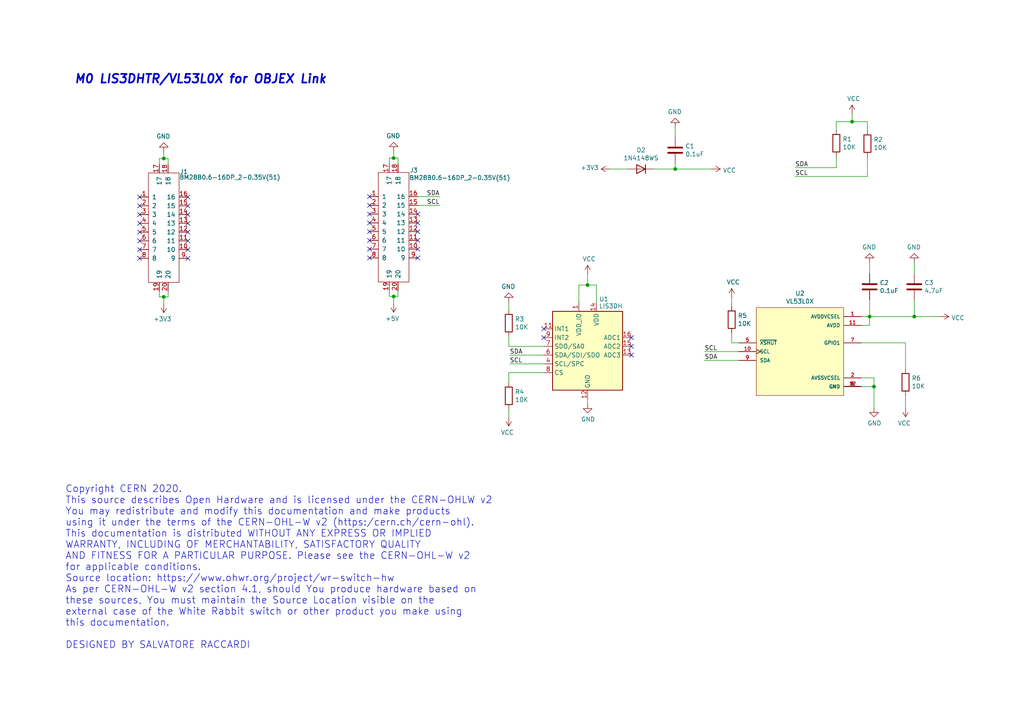
<source format=kicad_sch>
(kicad_sch (version 20211123) (generator eeschema)
  (paper "A4")
  (title_block (title "M0 LIS3DHTR/VL53L0X for OBJEX Link") (date "2021-11-25") (rev "1.0") (company "OBJEX") (comment 1 "Designer: Salvatore Raccardi") (comment 2 "Docs: docs.objex.link"))
  (lib_symbols
    (symbol "Device:C" (pin_numbers hide) (pin_names (offset 0.254))
      (property "Reference" "C" (at 0.635 2.54 0))
      (property "Value" "C" (at 0.635 -2.54 0))
      (symbol "C_0_1"
        (polyline (pts (xy -2.032 -0.762) (xy 2.032 -0.762)) (stroke (width 0.508)))
        (polyline (pts (xy -2.032 0.762) (xy 2.032 0.762)) (stroke (width 0.508)))
      )
      (symbol "C_1_1"
        (pin passive line (at 0 3.81 270) (length 2.794) (name "~") (number "1"))
        (pin passive line (at 0 -3.81 90) (length 2.794) (name "~") (number "2"))
      )
    )
    (symbol "Device:D" (pin_numbers hide) (pin_names (offset 1.016) hide)
      (property "Reference" "D" (at 0 2.54 0))
      (property "Value" "D" (at 0 -2.54 0))
      (symbol "D_0_1"
        (polyline (pts (xy -1.27 1.27) (xy -1.27 -1.27)) (stroke (width 0.254)))
        (polyline (pts (xy 1.27 0) (xy -1.27 0)))
        (polyline (pts (xy 1.27 1.27) (xy 1.27 -1.27) (xy -1.27 0) (xy 1.27 1.27)) (stroke (width 0.254)))
      )
      (symbol "D_1_1"
        (pin passive line (at -3.81 0 0) (length 2.54) (name "K") (number "1"))
        (pin passive line (at 3.81 0 180) (length 2.54) (name "A") (number "2"))
      )
    )
    (symbol "Device:R" (pin_numbers hide) (pin_names (offset 0))
      (property "Reference" "R" (at 2.032 0 90))
      (property "Value" "R" (at 0 0 90))
      (symbol "R_0_1"
        (rectangle (start -1.016 -2.54) (end 1.016 2.54) (stroke (width 0.254)))
      )
      (symbol "R_1_1"
        (pin passive line (at 0 3.81 270) (length 1.27) (name "~") (number "1"))
        (pin passive line (at 0 -3.81 90) (length 1.27) (name "~") (number "2"))
      )
    )
    (symbol "HiroseConnectors:BM28B0.6-16DP_2-0.35V(51)" (pin_names (offset 1.016))
      (property "Reference" "J" (at 0 0 0))
      (property "Value" "HiroseConnectors_BM28B0.6-16DP_2-0.35V(51)" (at 0 0 0))
      (symbol "BM28B0.6-16DP_2-0.35V(51)_0_1"
        (rectangle (start -3.81 -12.7) (end 5.08 -44.45))
      )
      (symbol "BM28B0.6-16DP_2-0.35V(51)_1_1"
        (pin bidirectional line (at -6.35 -19.685 0) (length 2.54) (name "1") (number "1"))
        (pin bidirectional line (at 7.62 -34.925 180) (length 2.54) (name "10") (number "10"))
        (pin bidirectional line (at 7.62 -32.385 180) (length 2.54) (name "11") (number "11"))
        (pin bidirectional line (at 7.62 -29.845 180) (length 2.54) (name "12") (number "12"))
        (pin bidirectional line (at 7.62 -27.305 180) (length 2.54) (name "13") (number "13"))
        (pin bidirectional line (at 7.62 -24.765 180) (length 2.54) (name "14") (number "14"))
        (pin bidirectional line (at 7.62 -22.225 180) (length 2.54) (name "15") (number "15"))
        (pin bidirectional line (at 7.62 -19.685 180) (length 2.54) (name "16") (number "16"))
        (pin bidirectional line (at -0.635 -10.16 270) (length 2.54) (name "17") (number "17"))
        (pin bidirectional line (at 1.905 -10.16 270) (length 2.54) (name "18") (number "18"))
        (pin bidirectional line (at -0.635 -46.99 90) (length 2.54) (name "19") (number "19"))
        (pin bidirectional line (at -6.35 -22.225 0) (length 2.54) (name "2") (number "2"))
        (pin bidirectional line (at 1.905 -46.99 90) (length 2.54) (name "20") (number "20"))
        (pin bidirectional line (at -6.35 -24.765 0) (length 2.54) (name "3") (number "3"))
        (pin bidirectional line (at -6.35 -27.305 0) (length 2.54) (name "4") (number "4"))
        (pin bidirectional line (at -6.35 -29.845 0) (length 2.54) (name "5") (number "5"))
        (pin bidirectional line (at -6.35 -32.385 0) (length 2.54) (name "6") (number "6"))
        (pin bidirectional line (at -6.35 -34.925 0) (length 2.54) (name "7") (number "7"))
        (pin bidirectional line (at -6.35 -37.465 0) (length 2.54) (name "8") (number "8"))
        (pin bidirectional line (at 7.62 -37.465 180) (length 2.54) (name "9") (number "9"))
      )
    )
    (symbol "Sensor_Motion:LIS3DH"
      (property "Reference" "U" (at -7.62 11.43 0))
      (property "Value" "LIS3DH" (at 6.35 11.43 0))
      (symbol "LIS3DH_0_1"
        (rectangle (start -10.16 10.16) (end 10.16 -12.7) (stroke (width 0.254)) (fill (type background)))
      )
      (symbol "LIS3DH_1_1"
        (pin power_in line (at -2.54 12.7 270) (length 2.54) (name "VDD_IO") (number "1"))
        (pin passive line (at 0 -15.24 90) (length 2.54) hide (name "GND") (number "10"))
        (pin output line (at -12.7 5.08 0) (length 2.54) (name "INT1") (number "11"))
        (pin power_in line (at 0 -15.24 90) (length 2.54) (name "GND") (number "12"))
        (pin input line (at 12.7 -2.54 180) (length 2.54) (name "ADC3") (number "13"))
        (pin power_in line (at 2.54 12.7 270) (length 2.54) (name "VDD") (number "14"))
        (pin input line (at 12.7 0 180) (length 2.54) (name "ADC2") (number "15"))
        (pin input line (at 12.7 2.54 180) (length 2.54) (name "ADC1") (number "16"))
        (pin no_connect line (at 10.16 5.08 180) (length 2.54) hide (name "NC") (number "2"))
        (pin no_connect line (at 10.16 7.62 180) (length 2.54) hide (name "NC") (number "3"))
        (pin input line (at -12.7 -5.08 0) (length 2.54) (name "SCL/SPC") (number "4"))
        (pin passive line (at 0 -15.24 90) (length 2.54) hide (name "GND") (number "5"))
        (pin bidirectional line (at -12.7 -2.54 0) (length 2.54) (name "SDA/SDI/SDO") (number "6"))
        (pin bidirectional line (at -12.7 0 0) (length 2.54) (name "SDO/SA0") (number "7"))
        (pin input line (at -12.7 -7.62 0) (length 2.54) (name "CS") (number "8"))
        (pin output line (at -12.7 2.54 0) (length 2.54) (name "INT2") (number "9"))
      )
    )
    (symbol "VL53L0X:VL53L0X" (pin_names (offset 1.016))
      (property "Reference" "U" (at -12.7254 13.2334 0))
      (property "Value" "VL53L0X_VL53L0X" (at -12.7254 -15.2654 0))
      (symbol "VL53L0X_0_0"
        (rectangle (start -12.7 -12.7) (end 12.7 12.7) (stroke (width 0.127)) (fill (type background)))
        (pin power_in line (at 17.78 10.16 180) (length 5.08) (name "AVDDVCSEL") (number "1"))
        (pin input clock (at -17.78 0 0) (length 5.08) (name "SCL") (number "10"))
        (pin power_in line (at 17.78 7.62 180) (length 5.08) (name "AVDD") (number "11"))
        (pin power_in line (at 17.78 -10.16 180) (length 5.08) (name "GND") (number "12"))
        (pin power_in line (at 17.78 -7.62 180) (length 5.08) (name "AVSSVCSEL") (number "2"))
        (pin power_in line (at 17.78 -10.16 180) (length 5.08) (name "GND") (number "3"))
        (pin power_in line (at 17.78 -10.16 180) (length 5.08) (name "GND") (number "4"))
        (pin input line (at -17.78 2.54 0) (length 5.08) (name "~{XSHUT}") (number "5"))
        (pin power_in line (at 17.78 -10.16 180) (length 5.08) (name "GND") (number "6"))
        (pin output line (at 17.78 2.54 180) (length 5.08) (name "GPIO1") (number "7"))
        (pin bidirectional line (at -17.78 -2.54 0) (length 5.08) (name "SDA") (number "9"))
      )
    )
    (symbol "power:+3V3" (power) (pin_names (offset 0))
      (property "Value" "+3V3" (at 0 3.556 0))
      (symbol "+3V3_0_1"
        (polyline (pts (xy -0.762 1.27) (xy 0 2.54)))
        (polyline (pts (xy 0 0) (xy 0 2.54)))
        (polyline (pts (xy 0 2.54) (xy 0.762 1.27)))
      )
      (symbol "+3V3_1_1"
        (pin power_in line (at 0 0 90) (length 0) hide (name "+3V3") (number "1"))
      )
    )
    (symbol "power:+5V" (power) (pin_names (offset 0))
      (property "Value" "+5V" (at 0 3.556 0))
      (symbol "+5V_0_1"
        (polyline (pts (xy -0.762 1.27) (xy 0 2.54)))
        (polyline (pts (xy 0 0) (xy 0 2.54)))
        (polyline (pts (xy 0 2.54) (xy 0.762 1.27)))
      )
      (symbol "+5V_1_1"
        (pin power_in line (at 0 0 90) (length 0) hide (name "+5V") (number "1"))
      )
    )
    (symbol "power:GND" (power) (pin_names (offset 0))
      (property "Value" "GND" (at 0 -3.81 0))
      (symbol "GND_0_1"
        (polyline (pts (xy 0 0) (xy 0 -1.27) (xy 1.27 -1.27) (xy 0 -2.54) (xy -1.27 -1.27) (xy 0 -1.27)))
      )
      (symbol "GND_1_1"
        (pin power_in line (at 0 0 270) (length 0) hide (name "GND") (number "1"))
      )
    )
    (symbol "power:VCC" (power) (pin_names (offset 0))
      (property "Value" "VCC" (at 0 3.81 0))
      (symbol "VCC_0_1"
        (polyline (pts (xy -0.762 1.27) (xy 0 2.54)))
        (polyline (pts (xy 0 0) (xy 0 2.54)))
        (polyline (pts (xy 0 2.54) (xy 0.762 1.27)))
      )
      (symbol "VCC_1_1"
        (pin power_in line (at 0 0 90) (length 0) hide (name "VCC") (number "1"))
      )
    )
  )
  (junction (at 47.498 45.974))
  (junction (at 247.142 35.306))
  (junction (at 114.173 85.979))
  (junction (at 252.222 91.821))
  (junction (at 114.173 45.847))
  (junction (at 195.834 49.022))
  (junction (at 253.492 112.141))
  (junction (at 265.176 91.821))
  (junction (at 47.498 86.106))
  (junction (at 170.434 82.677))
  (no_connect (at 121.158 72.263))
  (no_connect (at 54.483 72.39))
  (no_connect (at 121.158 67.183))
  (no_connect (at 40.513 64.77))
  (no_connect (at 107.188 57.023))
  (no_connect (at 54.483 69.85))
  (no_connect (at 40.513 67.31))
  (no_connect (at 107.188 59.563))
  (no_connect (at 54.483 57.15))
  (no_connect (at 54.483 74.93))
  (no_connect (at 54.483 64.77))
  (no_connect (at 107.188 62.103))
  (no_connect (at 121.158 64.643))
  (no_connect (at 183.134 102.997))
  (no_connect (at 40.513 59.69))
  (no_connect (at 157.734 97.917))
  (no_connect (at 40.513 57.15))
  (no_connect (at 107.188 69.723))
  (no_connect (at 54.483 67.31))
  (no_connect (at 107.188 64.643))
  (no_connect (at 40.513 72.39))
  (no_connect (at 183.134 100.457))
  (no_connect (at 107.188 67.183))
  (no_connect (at 107.188 72.263))
  (no_connect (at 54.483 59.69))
  (no_connect (at 54.483 62.23))
  (no_connect (at 183.134 97.917))
  (no_connect (at 107.188 74.803))
  (no_connect (at 157.734 95.377))
  (no_connect (at 121.158 74.803))
  (no_connect (at 121.158 62.103))
  (no_connect (at 40.513 62.23))
  (no_connect (at 121.158 69.723))
  (no_connect (at 40.513 69.85))
  (no_connect (at 40.513 74.93))
  (wire (pts (xy 170.434 82.677) (xy 170.434 79.502)))
  (wire (pts (xy 230.632 51.181) (xy 251.587 51.181)))
  (wire (pts (xy 249.809 91.821) (xy 252.222 91.821)))
  (wire (pts (xy 265.176 91.821) (xy 272.669 91.821)))
  (wire (pts (xy 265.176 79.375) (xy 265.176 76.073)))
  (wire (pts (xy 147.574 100.457) (xy 157.734 100.457)))
  (wire (pts (xy 172.974 82.677) (xy 172.974 87.757)))
  (wire (pts (xy 251.587 51.181) (xy 251.587 45.466)))
  (wire (pts (xy 242.57 37.719) (xy 242.57 35.306)))
  (wire (pts (xy 48.768 45.974) (xy 48.768 47.625)))
  (wire (pts (xy 46.228 47.625) (xy 46.228 45.974)))
  (wire (pts (xy 195.834 49.022) (xy 206.375 49.022)))
  (wire (pts (xy 147.574 89.916) (xy 147.574 87.503)))
  (wire (pts (xy 112.903 85.979) (xy 112.903 84.328)))
  (wire (pts (xy 47.498 86.106) (xy 46.228 86.106)))
  (wire (pts (xy 127.508 57.023) (xy 121.158 57.023)))
  (wire (pts (xy 247.142 33.02) (xy 247.142 35.306)))
  (wire (pts (xy 46.228 45.974) (xy 47.498 45.974)))
  (wire (pts (xy 253.492 109.601) (xy 253.492 112.141)))
  (wire (pts (xy 112.903 45.847) (xy 114.173 45.847)))
  (wire (pts (xy 157.734 102.997) (xy 147.828 102.997)))
  (wire (pts (xy 48.768 86.106) (xy 47.498 86.106)))
  (wire (pts (xy 212.217 99.441) (xy 212.217 96.52)))
  (wire (pts (xy 114.173 45.847) (xy 115.443 45.847)))
  (wire (pts (xy 262.636 99.441) (xy 262.636 107.061)))
  (wire (pts (xy 265.176 91.821) (xy 265.176 86.995)))
  (wire (pts (xy 115.443 84.328) (xy 115.443 85.979)))
  (wire (pts (xy 48.768 84.455) (xy 48.768 86.106)))
  (wire (pts (xy 214.249 101.981) (xy 204.343 101.981)))
  (wire (pts (xy 127.508 59.563) (xy 121.158 59.563)))
  (wire (pts (xy 249.809 112.141) (xy 253.492 112.141)))
  (wire (pts (xy 214.249 104.521) (xy 204.343 104.521)))
  (wire (pts (xy 147.574 100.457) (xy 147.574 97.536)))
  (wire (pts (xy 242.57 35.306) (xy 247.142 35.306)))
  (wire (pts (xy 195.834 39.751) (xy 195.834 36.83)))
  (wire (pts (xy 252.222 91.821) (xy 252.222 94.361)))
  (wire (pts (xy 46.228 86.106) (xy 46.228 84.455)))
  (wire (pts (xy 170.434 82.677) (xy 172.974 82.677)))
  (wire (pts (xy 212.217 88.9) (xy 212.217 86.233)))
  (wire (pts (xy 47.498 45.974) (xy 47.498 43.942)))
  (wire (pts (xy 47.498 45.974) (xy 48.768 45.974)))
  (wire (pts (xy 230.632 48.641) (xy 242.57 48.641)))
  (wire (pts (xy 147.574 108.077) (xy 157.734 108.077)))
  (wire (pts (xy 252.222 94.361) (xy 249.809 94.361)))
  (wire (pts (xy 157.734 105.537) (xy 147.828 105.537)))
  (wire (pts (xy 252.222 91.821) (xy 265.176 91.821)))
  (wire (pts (xy 170.434 115.697) (xy 170.434 117.221)))
  (wire (pts (xy 214.249 99.441) (xy 212.217 99.441)))
  (wire (pts (xy 182.118 49.022) (xy 176.911 49.022)))
  (wire (pts (xy 47.498 86.106) (xy 47.498 88.138)))
  (wire (pts (xy 249.809 109.601) (xy 253.492 109.601)))
  (wire (pts (xy 195.834 49.022) (xy 195.834 47.371)))
  (wire (pts (xy 147.574 110.998) (xy 147.574 108.077)))
  (wire (pts (xy 262.636 114.681) (xy 262.636 118.364)))
  (wire (pts (xy 167.894 87.757) (xy 167.894 82.677)))
  (wire (pts (xy 247.142 35.306) (xy 251.587 35.306)))
  (wire (pts (xy 147.574 118.618) (xy 147.574 121.031)))
  (wire (pts (xy 195.834 49.022) (xy 189.738 49.022)))
  (wire (pts (xy 249.809 99.441) (xy 262.636 99.441)))
  (wire (pts (xy 253.492 112.141) (xy 253.492 118.364)))
  (wire (pts (xy 114.173 45.847) (xy 114.173 43.815)))
  (wire (pts (xy 251.587 35.306) (xy 251.587 37.846)))
  (wire (pts (xy 252.222 79.375) (xy 252.222 76.073)))
  (wire (pts (xy 115.443 85.979) (xy 114.173 85.979)))
  (wire (pts (xy 115.443 45.847) (xy 115.443 47.498)))
  (wire (pts (xy 114.173 85.979) (xy 112.903 85.979)))
  (wire (pts (xy 114.173 85.979) (xy 114.173 88.011)))
  (wire (pts (xy 112.903 47.498) (xy 112.903 45.847)))
  (wire (pts (xy 167.894 82.677) (xy 170.434 82.677)))
  (wire (pts (xy 252.222 91.821) (xy 252.222 86.995)))
  (wire (pts (xy 242.57 45.339) (xy 242.57 48.641)))
  (text "Copyright CERN 2020.\nThis source describes Open Hardware and is licensed under the CERN-OHLW v2\nYou may redistribute and modify this documentation and make products\nusing it under the terms of the CERN-OHL-W v2 (https:/cern.ch/cern-ohl).\nThis documentation is distributed WITHOUT ANY EXPRESS OR IMPLIED\nWARRANTY, INCLUDING OF MERCHANTABILITY, SATISFACTORY QUALITY\nAND FITNESS FOR A PARTICULAR PURPOSE. Please see the CERN-OHL-W v2\nfor applicable conditions.\nSource location: https://www.ohwr.org/project/wr-switch-hw\nAs per CERN-OHL-W v2 section 4.1, should You produce hardware based on\nthese sources, You must maintain the Source Location visible on the\nexternal case of the White Rabbit switch or other product you make using\nthis documentation.\n\nDESIGNED BY SALVATORE RACCARDI" (at 18.923 188.341 0) (effects (font (size 2.0066 2.0066)) (justify left bottom)))
  (text "M0 LIS3DHTR/VL53L0X for OBJEX Link" (at 21.463 24.511 0) (effects (font (size 2.4892 2.4892) (thickness 0.4978) bold italic) (justify left bottom)))
  (label "SCL" (at 230.632 51.181 0))
  (label "SDA" (at 230.632 48.641 0))
  (label "SDA" (at 204.343 104.521 0))
  (label "SCL" (at 147.828 105.537 0))
  (label "SCL" (at 204.343 101.981 0))
  (label "SDA" (at 147.828 102.997 0))
  (label "SCL" (at 127.508 59.563 180))
  (label "SDA" (at 127.508 57.023 180))
  (symbol (lib_id "HiroseConnectors:BM28B0.6-16DP_2-0.35V(51)") (at 46.863 37.465 0) (unit 1)
    (property "Reference" "J1" (at 53.34 49.784 0))
    (property "Value" "BM28B0.6-16DP_2-0.35V(51)" (at 66.675 51.435 0))
    (property "Footprint" "Connector_Hirose:BM28B0.6-16DP-2-0.35V(51)" (effects hide))
  )
  (symbol (lib_id "HiroseConnectors:BM28B0.6-16DP_2-0.35V(51)") (at 113.538 37.338 0) (unit 1)
    (property "Reference" "J3" (at 120.015 49.403 0))
    (property "Value" "BM28B0.6-16DP_2-0.35V(51)" (at 133.35 51.562 0))
    (property "Footprint" "Connector_Hirose:BM28B0.6-16DP-2-0.35V(51)" (effects hide))
  )
  (symbol (lib_id "power:GND") (at 47.498 43.942 180) (unit 1)
    (property "Reference" "#PWR0101" (effects hide))
    (property "Value" "GND" (at 47.371 39.5478 0))
  )
  (symbol (lib_id "power:+3V3") (at 47.498 88.138 180) (unit 1)
    (property "Reference" "#PWR0102" (effects hide))
    (property "Value" "+3V3" (at 47.117 92.5322 0))
  )
  (symbol (lib_id "power:GND") (at 114.173 43.815 180) (unit 1)
    (property "Reference" "#PWR0106" (effects hide))
    (property "Value" "GND" (at 114.046 39.4208 0))
  )
  (symbol (lib_id "power:+5V") (at 114.173 88.011 180) (unit 1)
    (property "Reference" "#PWR0107" (effects hide))
    (property "Value" "+5V" (at 113.792 92.4052 0))
  )
  (symbol (lib_id "Device:C") (at 195.834 43.561 0) (unit 1)
    (property "Reference" "C1" (at 198.755 42.3926 0) (effects (justify left)))
    (property "Value" "0.1uF" (at 198.755 44.704 0) (effects (justify left)))
    (property "Footprint" "Capacitor_SMD:C_0402_1005Metric" (effects hide))
  )
  (symbol (lib_id "power:+3V3") (at 176.911 49.022 90) (unit 1)
    (property "Reference" "#PWR0104" (effects hide))
    (property "Value" "+3V3" (at 173.6598 48.641 90) (effects (justify left)))
  )
  (symbol (lib_id "power:GND") (at 195.834 36.83 180) (unit 1)
    (property "Reference" "#PWR0105" (effects hide))
    (property "Value" "GND" (at 195.707 32.4358 0))
  )
  (symbol (lib_id "Device:D") (at 185.928 49.022 180) (unit 1)
    (property "Reference" "D2" (at 185.928 43.5356 0))
    (property "Value" "1N4148WS" (at 185.928 45.847 0))
    (property "Footprint" "Diode_SMD:D_SOD-323" (effects hide))
  )
  (symbol (lib_id "power:VCC") (at 170.434 79.502 0) (unit 1)
    (property "Reference" "#PWR0110" (effects hide))
    (property "Value" "VCC" (at 170.8658 75.1078 0))
  )
  (symbol (lib_id "Sensor_Motion:LIS3DH") (at 170.434 100.457 0) (unit 1)
    (property "Reference" "U1" (at 175.133 86.741 0))
    (property "Value" "LIS3DH" (at 177.165 88.773 0))
    (property "Footprint" "Package_LGA:LGA-16_3x3mm_P0.5mm_LayoutBorder3x5y" (effects hide))
    (property "Datasheet" "https://www.st.com/resource/en/datasheet/cd00274221.pdf" (effects hide))
  )
  (symbol (lib_id "power:GND") (at 170.434 117.221 0) (unit 1)
    (property "Reference" "#PWR0103" (effects hide))
    (property "Value" "GND" (at 170.561 121.6152 0))
  )
  (symbol (lib_id "Device:R") (at 147.574 93.726 0) (unit 1)
    (property "Reference" "R3" (at 149.352 92.5576 0) (effects (justify left)))
    (property "Value" "10K" (at 149.352 94.869 0) (effects (justify left)))
    (property "Footprint" "Resistor_SMD:R_0402_1005Metric" (effects hide))
  )
  (symbol (lib_id "power:GND") (at 147.574 87.503 180) (unit 1)
    (property "Reference" "#PWR0108" (effects hide))
    (property "Value" "GND" (at 147.447 83.1088 0))
  )
  (symbol (lib_id "Device:R") (at 251.587 41.656 0) (unit 1)
    (property "Reference" "R2" (at 253.365 40.4876 0) (effects (justify left)))
    (property "Value" "10K" (at 253.365 42.799 0) (effects (justify left)))
    (property "Footprint" "Resistor_SMD:R_0402_1005Metric" (effects hide))
  )
  (symbol (lib_id "Device:R") (at 242.57 41.529 0) (unit 1)
    (property "Reference" "R1" (at 244.348 40.3606 0) (effects (justify left)))
    (property "Value" "10K" (at 244.348 42.672 0) (effects (justify left)))
    (property "Footprint" "Resistor_SMD:R_0402_1005Metric" (effects hide))
  )
  (symbol (lib_id "power:VCC") (at 247.142 33.02 0) (unit 1)
    (property "Reference" "#PWR0111" (effects hide))
    (property "Value" "VCC" (at 247.5738 28.6258 0))
  )
  (symbol (lib_id "power:VCC") (at 206.375 49.022 270) (unit 1)
    (property "Reference" "#PWR0112" (effects hide))
    (property "Value" "VCC" (at 209.6262 49.403 90) (effects (justify left)))
  )
  (symbol (lib_id "Device:R") (at 147.574 114.808 0) (unit 1)
    (property "Reference" "R4" (at 149.352 113.6396 0) (effects (justify left)))
    (property "Value" "10K" (at 149.352 115.951 0) (effects (justify left)))
    (property "Footprint" "Resistor_SMD:R_0402_1005Metric" (effects hide))
  )
  (symbol (lib_id "power:VCC") (at 147.574 121.031 180) (unit 1)
    (property "Reference" "#PWR0113" (effects hide))
    (property "Value" "VCC" (at 147.1422 125.4252 0))
  )
  (symbol (lib_id "VL53L0X:VL53L0X") (at 232.029 101.981 0) (unit 1)
    (property "Reference" "U2" (at 232.029 85.09 0))
    (property "Value" "VL53L0X" (at 232.029 87.4014 0))
    (property "Footprint" "KicadLibrary:SENSOR_VL53L0X" (effects hide))
    (property "PART_REV" "1.0" (effects hide))
    (property "STANDARD" "Manufacturer Recommendation" (effects hide))
    (property "MANUFACTURER" "ST Microelectronics" (effects hide))
  )
  (symbol (lib_id "power:GND") (at 253.492 118.364 0) (unit 1)
    (property "Reference" "#PWR0109" (effects hide))
    (property "Value" "GND" (at 253.619 122.7582 0))
  )
  (symbol (lib_id "Device:R") (at 262.636 110.871 0) (unit 1)
    (property "Reference" "R6" (at 264.414 109.7026 0) (effects (justify left)))
    (property "Value" "10K" (at 264.414 112.014 0) (effects (justify left)))
    (property "Footprint" "Resistor_SMD:R_0402_1005Metric" (effects hide))
  )
  (symbol (lib_id "Device:C") (at 252.222 83.185 0) (unit 1)
    (property "Reference" "C2" (at 255.143 82.0166 0) (effects (justify left)))
    (property "Value" "0.1uF" (at 255.143 84.328 0) (effects (justify left)))
    (property "Footprint" "Capacitor_SMD:C_0402_1005Metric" (effects hide))
  )
  (symbol (lib_id "Device:C") (at 265.176 83.185 0) (unit 1)
    (property "Reference" "C3" (at 268.097 82.0166 0) (effects (justify left)))
    (property "Value" "4.7uF" (at 268.097 84.328 0) (effects (justify left)))
    (property "Footprint" "Capacitor_SMD:C_0402_1005Metric" (effects hide))
  )
  (symbol (lib_id "power:GND") (at 252.222 76.073 180) (unit 1)
    (property "Reference" "#PWR0115" (effects hide))
    (property "Value" "GND" (at 252.095 71.6788 0))
  )
  (symbol (lib_id "power:GND") (at 265.176 76.073 180) (unit 1)
    (property "Reference" "#PWR0116" (effects hide))
    (property "Value" "GND" (at 265.049 71.6788 0))
  )
  (symbol (lib_id "Device:R") (at 212.217 92.71 0) (unit 1)
    (property "Reference" "R5" (at 213.995 91.5416 0) (effects (justify left)))
    (property "Value" "10K" (at 213.995 93.853 0) (effects (justify left)))
    (property "Footprint" "Resistor_SMD:R_0402_1005Metric" (effects hide))
  )
  (symbol (lib_id "power:VCC") (at 262.636 118.364 180) (unit 1)
    (property "Reference" "#PWR?" (effects hide))
    (property "Value" "VCC" (at 262.255 122.7582 0))
  )
  (symbol (lib_id "power:VCC") (at 212.217 86.233 0) (unit 1)
    (property "Reference" "#PWR0117" (effects hide))
    (property "Value" "VCC" (at 212.6488 81.8388 0))
  )
  (symbol (lib_id "power:VCC") (at 272.669 91.821 270) (unit 1)
    (property "Reference" "#PWR0118" (effects hide))
    (property "Value" "VCC" (at 275.9202 92.202 90) (effects (justify left)))
  )
)
</source>
